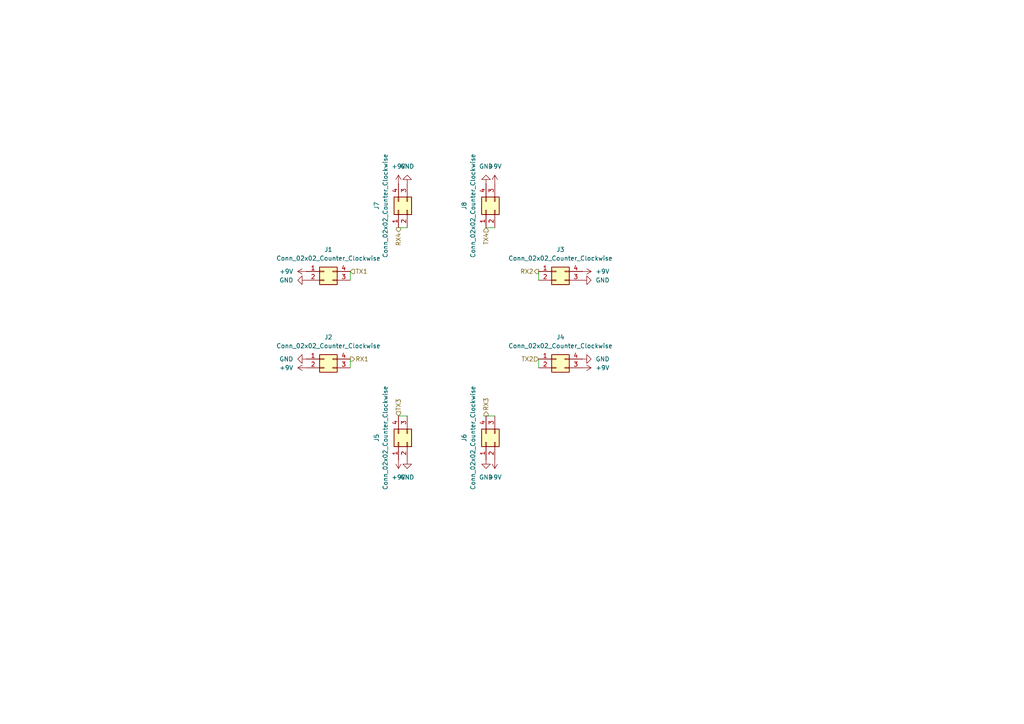
<source format=kicad_sch>
(kicad_sch (version 20250114) (generator "eeschema") (generator_version "9.0")
  (paper "A4")
  (lib_symbols
    (symbol "Connector_Generic:Conn_02x02_Counter_Clockwise" (pin_names (offset 1.016) (hide yes))
      (property "Reference" "J" (at 1.27 2.54 0))
      (property "Value" "Conn_02x02_Counter_Clockwise" (at 1.27 -5.08 0))
      (symbol "Conn_02x02_Counter_Clockwise_1_1"
        (rectangle (start -1.27 1.27) (end 3.81 -3.81) (stroke (width 0.254)) (fill (type background)))
        (rectangle (start -1.27 0.127) (end 0 -0.127) (stroke (width 0.1524)))
        (rectangle (start -1.27 -2.413) (end 0 -2.667) (stroke (width 0.1524)))
        (rectangle (start 3.81 0.127) (end 2.54 -0.127) (stroke (width 0.1524)))
        (rectangle (start 3.81 -2.413) (end 2.54 -2.667) (stroke (width 0.1524)))
        (pin passive line (at -5.08 0 0) (length 3.81) (name "Pin_1") (number "1"))
        (pin passive line (at -5.08 -2.54 0) (length 3.81) (name "Pin_2") (number "2"))
        (pin passive line (at 7.62 0 180) (length 3.81) (name "Pin_4") (number "4"))
        (pin passive line (at 7.62 -2.54 180) (length 3.81) (name "Pin_3") (number "3"))
      )
    )
    (symbol "power:+9V" (power) (pin_numbers (hide yes)) (pin_names (offset 0) (hide yes))
      (property "Value" "+9V" (at 0 3.556 0))
      (symbol "+9V_0_1"
        (polyline (pts (xy -0.762 1.27) (xy 0 2.54)))
        (polyline (pts (xy 0 2.54) (xy 0.762 1.27)))
        (polyline (pts (xy 0 0) (xy 0 2.54)))
      )
      (symbol "+9V_1_1"
        (pin power_in line (at 0 0 90) (length 0) (name "~") (number "1"))
      )
    )
    (symbol "power:GND" (power) (pin_numbers (hide yes)) (pin_names (offset 0) (hide yes))
      (property "Value" "GND" (at 0 -3.81 0))
      (symbol "GND_0_1"
        (polyline (pts (xy 0 0) (xy 0 -1.27) (xy 1.27 -1.27) (xy 0 -2.54) (xy -1.27 -1.27) (xy 0 -1.27)))
      )
      (symbol "GND_1_1"
        (pin power_in line (at 0 0 270) (length 0) (name "~") (number "1"))
      )
    )
  )
  (wire (pts (xy 140.97 66.04) (xy 143.51 66.04)))
  (wire (pts (xy 101.6 78.74) (xy 101.6 81.28)))
  (wire (pts (xy 140.97 120.65) (xy 143.51 120.65)))
  (wire (pts (xy 101.6 104.14) (xy 101.6 106.68)))
  (wire (pts (xy 156.21 104.14) (xy 156.21 106.68)))
  (wire (pts (xy 115.57 66.04) (xy 118.11 66.04)))
  (wire (pts (xy 115.57 120.65) (xy 118.11 120.65)))
  (wire (pts (xy 156.21 78.74) (xy 156.21 81.28)))
  (hierarchical_label "TX2" (shape input) (at 156.21 104.14 180))
  (hierarchical_label "TX3" (shape input) (at 115.57 120.65 90))
  (hierarchical_label "RX4" (shape output) (at 115.57 66.04 270))
  (hierarchical_label "RX2" (shape output) (at 156.21 78.74 180))
  (hierarchical_label "RX3" (shape output) (at 140.97 120.65 90))
  (hierarchical_label "TX4" (shape input) (at 140.97 66.04 270))
  (hierarchical_label "TX1" (shape input) (at 101.6 78.74 0))
  (hierarchical_label "RX1" (shape output) (at 101.6 104.14 0))
  (symbol (lib_id "power:+9V") (at 168.91 78.74 270) (unit 1)
    (property "Reference" "#PWR037" (effects (hide yes)))
    (property "Value" "+9V" (at 172.72 78.7399 90) (effects (justify left)))
    (property "Description" "Power symbol creates a global label with name \"+9V\"" (effects (hide yes)))
  )
  (symbol (lib_id "power:+9V") (at 115.57 133.35 180) (unit 1)
    (property "Reference" "#PWR034" (effects (hide yes)))
    (property "Value" "+9V" (at 115.57 138.43 0))
    (property "Description" "Power symbol creates a global label with name \"+9V\"" (effects (hide yes)))
  )
  (symbol (lib_id "power:GND") (at 168.91 104.14 90) (unit 1)
    (property "Reference" "#PWR028" (effects (hide yes)))
    (property "Value" "GND" (at 172.72 104.1399 90) (effects (justify right)))
    (property "Description" "Power symbol creates a global label with name \"GND\" , ground" (effects (hide yes)))
  )
  (symbol (lib_id "power:GND") (at 88.9 104.14 270) (unit 1)
    (property "Reference" "#PWR022" (effects (hide yes)))
    (property "Value" "GND" (at 85.09 104.1399 90) (effects (justify right)))
    (property "Description" "Power symbol creates a global label with name \"GND\" , ground" (effects (hide yes)))
  )
  (symbol (lib_id "power:+9V") (at 168.91 106.68 270) (unit 1)
    (property "Reference" "#PWR036" (effects (hide yes)))
    (property "Value" "+9V" (at 172.72 106.6799 90) (effects (justify left)))
    (property "Description" "Power symbol creates a global label with name \"+9V\"" (effects (hide yes)))
  )
  (symbol (lib_id "power:+9V") (at 88.9 106.68 90) (unit 1)
    (property "Reference" "#PWR033" (effects (hide yes)))
    (property "Value" "+9V" (at 85.09 106.6799 90) (effects (justify left)))
    (property "Description" "Power symbol creates a global label with name \"+9V\"" (effects (hide yes)))
  )
  (symbol (lib_id "Connector_Generic:Conn_02x02_Counter_Clockwise") (at 93.98 78.74 0) (unit 1)
    (property "Reference" "J1" (at 95.25 72.39 0))
    (property "Value" "Conn_02x02_Counter_Clockwise" (at 95.25 74.93 0))
    (property "Description" "Generic connector, double row, 02x02, counter clockwise pin numbering scheme (similar to DIP package numbering), script generated (kicad-library-utils/schlib/autogen/connector/)" (effects (hide yes)))
  )
  (symbol (lib_id "power:+9V") (at 88.9 78.74 90) (unit 1)
    (property "Reference" "#PWR032" (effects (hide yes)))
    (property "Value" "+9V" (at 85.09 78.7399 90) (effects (justify left)))
    (property "Description" "Power symbol creates a global label with name \"+9V\"" (effects (hide yes)))
  )
  (symbol (lib_id "Connector_Generic:Conn_02x02_Counter_Clockwise") (at 161.29 104.14 0) (unit 1)
    (property "Reference" "J4" (at 162.56 97.79 0))
    (property "Value" "Conn_02x02_Counter_Clockwise" (at 162.56 100.33 0))
    (property "Description" "Generic connector, double row, 02x02, counter clockwise pin numbering scheme (similar to DIP package numbering), script generated (kicad-library-utils/schlib/autogen/connector/)" (effects (hide yes)))
  )
  (symbol (lib_id "power:GND") (at 168.91 81.28 90) (unit 1)
    (property "Reference" "#PWR029" (effects (hide yes)))
    (property "Value" "GND" (at 172.72 81.2799 90) (effects (justify right)))
    (property "Description" "Power symbol creates a global label with name \"GND\" , ground" (effects (hide yes)))
  )
  (symbol (lib_id "power:+9V") (at 143.51 53.34 0) (unit 1)
    (property "Reference" "#PWR038" (effects (hide yes)))
    (property "Value" "+9V" (at 143.51 48.26 0))
    (property "Description" "Power symbol creates a global label with name \"+9V\"" (effects (hide yes)))
  )
  (symbol (lib_id "power:+9V") (at 143.51 133.35 180) (unit 1)
    (property "Reference" "#PWR035" (effects (hide yes)))
    (property "Value" "+9V" (at 143.51 138.43 0))
    (property "Description" "Power symbol creates a global label with name \"+9V\"" (effects (hide yes)))
  )
  (symbol (lib_id "power:+9V") (at 115.57 53.34 0) (unit 1)
    (property "Reference" "#PWR039" (effects (hide yes)))
    (property "Value" "+9V" (at 115.57 48.26 0))
    (property "Description" "Power symbol creates a global label with name \"+9V\"" (effects (hide yes)))
  )
  (symbol (lib_id "power:GND") (at 118.11 133.35 0) (unit 1)
    (property "Reference" "#PWR024" (effects (hide yes)))
    (property "Value" "GND" (at 118.11 138.43 0))
    (property "Description" "Power symbol creates a global label with name \"GND\" , ground" (effects (hide yes)))
  )
  (symbol (lib_id "Connector_Generic:Conn_02x02_Counter_Clockwise") (at 115.57 60.96 90) (unit 1)
    (property "Reference" "J7" (at 109.22 59.69 0))
    (property "Value" "Conn_02x02_Counter_Clockwise" (at 111.76 59.69 0))
    (property "Description" "Generic connector, double row, 02x02, counter clockwise pin numbering scheme (similar to DIP package numbering), script generated (kicad-library-utils/schlib/autogen/connector/)" (effects (hide yes)))
  )
  (symbol (lib_id "power:GND") (at 140.97 133.35 0) (unit 1)
    (property "Reference" "#PWR026" (effects (hide yes)))
    (property "Value" "GND" (at 140.97 138.43 0))
    (property "Description" "Power symbol creates a global label with name \"GND\" , ground" (effects (hide yes)))
  )
  (symbol (lib_id "Connector_Generic:Conn_02x02_Counter_Clockwise") (at 140.97 60.96 90) (unit 1)
    (property "Reference" "J8" (at 134.62 59.69 0))
    (property "Value" "Conn_02x02_Counter_Clockwise" (at 137.16 59.69 0))
    (property "Description" "Generic connector, double row, 02x02, counter clockwise pin numbering scheme (similar to DIP package numbering), script generated (kicad-library-utils/schlib/autogen/connector/)" (effects (hide yes)))
  )
  (symbol (lib_id "Connector_Generic:Conn_02x02_Counter_Clockwise") (at 161.29 78.74 0) (unit 1)
    (property "Reference" "J3" (at 162.56 72.39 0))
    (property "Value" "Conn_02x02_Counter_Clockwise" (at 162.56 74.93 0))
    (property "Description" "Generic connector, double row, 02x02, counter clockwise pin numbering scheme (similar to DIP package numbering), script generated (kicad-library-utils/schlib/autogen/connector/)" (effects (hide yes)))
  )
  (symbol (lib_id "power:GND") (at 140.97 53.34 180) (unit 1)
    (property "Reference" "#PWR030" (effects (hide yes)))
    (property "Value" "GND" (at 140.97 48.26 0))
    (property "Description" "Power symbol creates a global label with name \"GND\" , ground" (effects (hide yes)))
  )
  (symbol (lib_id "power:GND") (at 118.11 53.34 180) (unit 1)
    (property "Reference" "#PWR031" (effects (hide yes)))
    (property "Value" "GND" (at 118.11 48.26 0))
    (property "Description" "Power symbol creates a global label with name \"GND\" , ground" (effects (hide yes)))
  )
  (symbol (lib_id "Connector_Generic:Conn_02x02_Counter_Clockwise") (at 93.98 104.14 0) (unit 1)
    (property "Reference" "J2" (at 95.25 97.79 0))
    (property "Value" "Conn_02x02_Counter_Clockwise" (at 95.25 100.33 0))
    (property "Description" "Generic connector, double row, 02x02, counter clockwise pin numbering scheme (similar to DIP package numbering), script generated (kicad-library-utils/schlib/autogen/connector/)" (effects (hide yes)))
  )
  (symbol (lib_id "Connector_Generic:Conn_02x02_Counter_Clockwise") (at 140.97 128.27 90) (unit 1)
    (property "Reference" "J6" (at 134.62 127 0))
    (property "Value" "Conn_02x02_Counter_Clockwise" (at 137.16 127 0))
    (property "Description" "Generic connector, double row, 02x02, counter clockwise pin numbering scheme (similar to DIP package numbering), script generated (kicad-library-utils/schlib/autogen/connector/)" (effects (hide yes)))
  )
  (symbol (lib_id "power:GND") (at 88.9 81.28 270) (unit 1)
    (property "Reference" "#PWR020" (effects (hide yes)))
    (property "Value" "GND" (at 85.09 81.2799 90) (effects (justify right)))
    (property "Description" "Power symbol creates a global label with name \"GND\" , ground" (effects (hide yes)))
  )
  (symbol (lib_id "Connector_Generic:Conn_02x02_Counter_Clockwise") (at 115.57 128.27 90) (unit 1)
    (property "Reference" "J5" (at 109.22 127 0))
    (property "Value" "Conn_02x02_Counter_Clockwise" (at 111.76 127 0))
    (property "Description" "Generic connector, double row, 02x02, counter clockwise pin numbering scheme (similar to DIP package numbering), script generated (kicad-library-utils/schlib/autogen/connector/)" (effects (hide yes)))
  )
)
</source>
